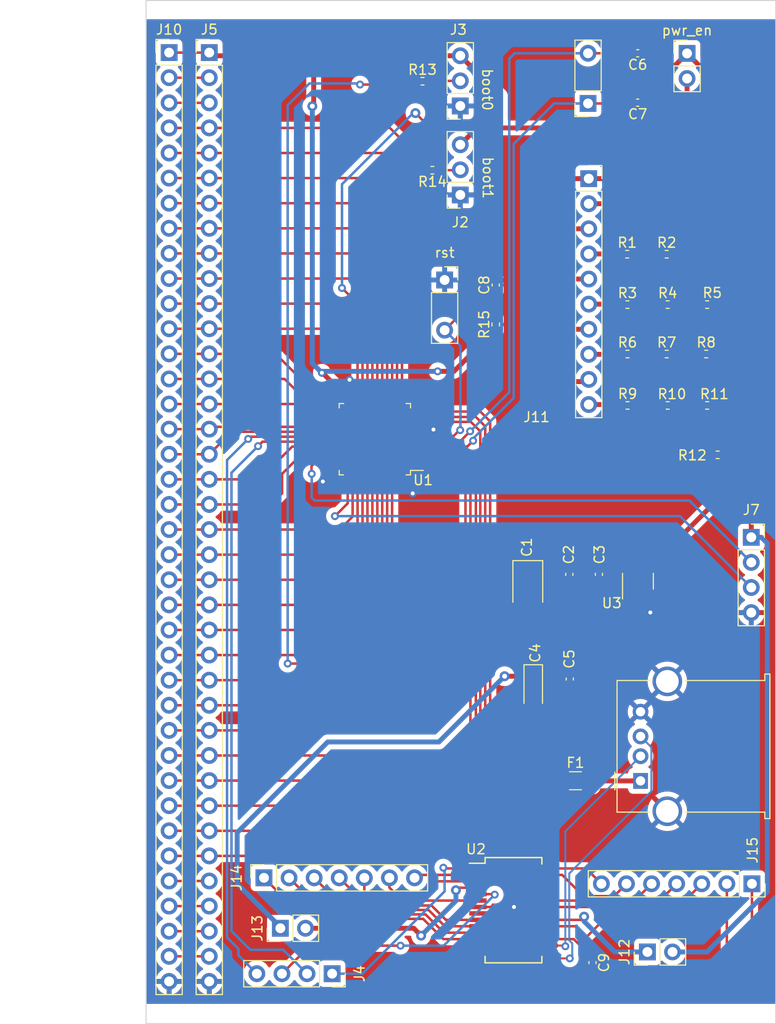
<source format=kicad_pcb>
(kicad_pcb (version 20221018) (generator pcbnew)
  (layers (0 "F.Cu" signal) (31 "B.Cu" signal) (34 "B.Paste" user) (35 "F.Paste" user) (36 "B.SilkS" user "B.Silkscreen") (37 "F.SilkS" user "F.Silkscreen") (38 "B.Mask" user) (39 "F.Mask" user) (44 "Edge.Cuts" user))
  (net 0 "")
  (net 1 "GND")
  (net 2 "Net-(U2-3V3OUT)")
  (net 3 "Vbus")
  (net 4 "OSC_in")
  (net 5 "reset")
  (net 6 "OSC_out")
  (net 7 "D-")
  (net 8 "D+")
  (net 9 "Net-(J2-Pin_2)")
  (net 10 "Net-(J3-Pin_2)")
  (net 11 "A0")
  (net 12 "A1")
  (net 13 "A2")
  (net 14 "A3")
  (net 15 "A4")
  (net 16 "A5")
  (net 17 "A6")
  (net 18 "A7")
  (net 19 "A8")
  (net 20 "A9")
  (net 21 "A10")
  (net 22 "A11")
  (net 23 "A12")
  (net 24 "A13")
  (net 25 "A14")
  (net 26 "A15")
  (net 27 "D0")
  (net 28 "D1")
  (net 29 "D2")
  (net 30 "D3")
  (net 31 "D4")
  (net 32 "D5")
  (net 33 "D6")
  (net 34 "D7")
  (net 35 "GBA-cs2")
  (net 36 "gba_clk")
  (net 37 "gba_cs")
  (net 38 "gba_aud")
  (net 39 "gba_wr")
  (net 40 "gba_rd")
  (net 41 "boot1")
  (net 42 "boot0")
  (net 43 "Net-(R10-Pad2)")
  (net 44 "stm32_uart_out")
  (net 45 "stm32_uart_in")
  (net 46 "swdbIO")
  (net 47 "swdbCLK")
  (net 48 "ft232_out")
  (net 49 "ft232_in")
  (net 50 "Net-(J10-Pin_2)")
  (net 51 "Net-(J10-Pin_3)")
  (net 52 "Net-(J10-Pin_34)")
  (net 53 "Net-(J10-Pin_35)")
  (net 54 "Net-(J10-Pin_36)")
  (net 55 "Net-(J10-Pin_37)")
  (net 56 "Net-(J11-Pin_1)")
  (net 57 "VCC")
  (net 58 "Net-(J11-Pin_2)")
  (net 59 "Net-(J11-Pin_4)")
  (net 60 "Net-(J11-Pin_6)")
  (net 61 "Net-(J11-Pin_8)")
  (net 62 "Net-(J11-Pin_10)")
  (net 63 "Net-(J12-Pin_1)")
  (net 64 "Net-(J13-Pin_2)")
  (net 65 "reset_ft232")
  (net 66 "osci_ft232")
  (net 67 "osco_ft232")
  (net 68 "dtr_ft232")
  (net 69 "rts_ft232")
  (net 70 "ri_ft232")
  (net 71 "dcr_ft232")
  (net 72 "dcd_ft232")
  (net 73 "cts_ft232")
  (net 74 "cbus4_ft232")
  (net 75 "cbus2_ft232")
  (net 76 "cbus3_ft232")
  (net 77 "cbus1_ft232")
  (net 78 "cbus0_ft232")
  (net 79 "Net-(J1-VBUS)")
  (net 80 "Net-(R1-Pad2)")
  (net 81 "Net-(R3-Pad2)")
  (net 82 "Net-(R4-Pad2)")
  (net 83 "Net-(R6-Pad2)")
  (net 84 "Net-(R7-Pad2)")
  (net 85 "Net-(R10-Pad1)")
  (footprint "Connector_PinSocket_2.54mm:PinSocket_1x03_P2.54mm_Vertical" (layer "F.Cu") (at 191.315 59.522538 180)
    (fp_text reference "J3")
    (fp_text value "boot0" hide)
  )
  (footprint "Capacitor_Tantalum_SMD:CP_EIA-3528-21_Kemet-B" (layer "F.Cu") (at 198.15 107.985038 -90)
    (fp_text reference "C1")
    (fp_text value "4.7uF")
  )
  (footprint "Connector_PinHeader_2.54mm:PinHeader_1x02_P2.54mm_Vertical" (layer "F.Cu") (at 173.1 142.722538 90)
    (fp_text reference "J13")
    (fp_text value "Conn_01x02_Pin" hide)
  )
  (footprint "Resistor_SMD:R_0402_1005Metric" (layer "F.Cu") (at 216.31 89.822538)
    (fp_text reference "R11")
    (fp_text value "3k")
  )
  (footprint "Resistor_SMD:R_0402_1005Metric" (layer "F.Cu") (at 212.21 84.622538)
    (fp_text reference "R7")
    (fp_text value "100k")
  )
  (footprint "Resistor_SMD:R_0402_1005Metric" (layer "F.Cu") (at 208.21 74.522538)
    (fp_text reference "R1")
    (fp_text value "150k")
  )
  (footprint "Capacitor_SMD:C_0402_1005Metric" (layer "F.Cu") (at 194.9 77.642538 90)
    (fp_text reference "C8")
    (fp_text value "100nF")
  )
  (footprint "Capacitor_SMD:C_0402_1005Metric" (layer "F.Cu") (at 202.35 106.915038 -90)
    (fp_text reference "C2")
    (fp_text value "100nF" hide)
  )
  (footprint "Capacitor_SMD:C_0402_1005Metric" (layer "F.Cu") (at 209.274 54.189288 180)
    (fp_text reference "C6")
    (fp_text value "20pF")
  )
  (footprint "Resistor_SMD:R_0402_1005Metric" (layer "F.Cu") (at 208.24 79.622538)
    (fp_text reference "R3")
    (fp_text value "160k")
  )
  (footprint "Resistor_SMD:R_0402_1005Metric" (layer "F.Cu") (at 212.31 79.622538)
    (fp_text reference "R4")
    (fp_text value "100k")
  )
  (footprint "Connector_PinSocket_2.54mm:PinSocket_1x03_P2.54mm_Vertical" (layer "F.Cu") (at 189.729 77.129288)
    (fp_text reference "rst")
    (fp_text value "reset_button")
  )
  (footprint "Connector_PinSocket_2.54mm:PinSocket_1x04_P2.54mm_Vertical" (layer "F.Cu") (at 178.34 147.322538 -90)
    (fp_text reference "J4")
    (fp_text value "uart_jumper" hide)
  )
  (footprint "Connector_PinSocket_2.54mm:PinSocket_1x04_P2.54mm_Vertical" (layer "F.Cu") (at 220.774 103.164288)
    (fp_text reference "J7")
    (fp_text value "swdb")
  )
  (footprint "Resistor_SMD:R_0402_1005Metric" (layer "F.Cu") (at 187.49 57.022538)
    (fp_text reference "R13")
    (fp_text value "100k")
  )
  (footprint "Connector_PinHeader_2.54mm:PinHeader_1x38_P2.54mm_Vertical" (layer "F.Cu") (at 165.9 54.122538)
    (fp_text reference "J5")
    (fp_text value "gba_breakout" hide)
  )
  (footprint "Resistor_SMD:R_0402_1005Metric" (layer "F.Cu") (at 194.9 81.632538 90)
    (fp_text reference "R15")
    (fp_text value "100k")
  )
  (footprint "Capacitor_Tantalum_SMD:CP_EIA-3216-18_Kemet-A" (layer "F.Cu") (at 198.7 118.372538 -90)
    (fp_text reference "C4")
    (fp_text value "1uF" hide)
  )
  (footprint "Connector_PinSocket_2.54mm:PinSocket_1x07_P2.54mm_Vertical" (layer "F.Cu") (at 220.84 138.222538 -90)
    (fp_text reference "J15")
    (fp_text value "ft232_2" hide)
  )
  (footprint "Connector_PinHeader_2.54mm:PinHeader_1x02_P2.54mm_Vertical" (layer "F.Cu") (at 210.26 145.122538 90)
    (fp_text reference "J12")
    (fp_text value "Conn_01x02_Pin")
  )
  (footprint "Connector_PinSocket_2.54mm:PinSocket_1x10_P2.54mm_Vertical" (layer "F.Cu") (at 204.32 66.872538)
    (fp_text reference "J11")
    (fp_text value "Conn_01x10_Pin")
  )
  (footprint "Fuse:Fuse_1206_3216Metric" (layer "F.Cu") (at 202.975 127.797538)
    (fp_text reference "F1")
    (fp_text value "Fuse")
  )
  (footprint "Capacitor_SMD:C_0402_1005Metric" (layer "F.Cu") (at 205.35 106.915038 -90)
    (fp_text reference "C3")
    (fp_text value "100nF" hide)
  )
  (footprint "Capacitor_SMD:C_0402_1005Metric" (layer "F.Cu") (at 209.274 59.189288 180)
    (fp_text reference "C7")
    (fp_text value "20pF")
  )
  (footprint "Resistor_SMD:R_0402_1005Metric" (layer "F.Cu") (at 217.37 94.822538)
    (fp_text reference "R12")
    (fp_text value "66.5k" hide)
  )
  (footprint "Package_QFP:LQFP-48_7x7mm_P0.5mm" (layer "F.Cu") (at 182.664 93.238538 180)
    (fp_text reference "U1" hide)
    (fp_text value "STM32F103C8Tx")
  )
  (footprint "Resistor_SMD:R_0402_1005Metric" (layer "F.Cu") (at 216.21 84.622538)
    (fp_text reference "R8")
    (fp_text value "3k")
  )
  (footprint "Connector_PinHeader_2.54mm:PinHeader_1x02_P2.54mm_Vertical" (layer "F.Cu") (at 214.274 54.204288)
    (fp_text reference "pwr_en")
    (fp_text value "Conn_01x02_Pin" hide)
  )
  (footprint "Resistor_SMD:R_0402_1005Metric" (layer "F.Cu") (at 188.49 66.022538 180)
    (fp_text reference "R14")
    (fp_text value "100k")
  )
  (footprint "Resistor_SMD:R_0402_1005Metric" (layer "F.Cu") (at 208.25 89.822538)
    (fp_text reference "R9")
    (fp_text value "200k")
  )
  (footprint "Capacitor_SMD:C_0402_1005Metric" (layer "F.Cu") (at 202.4 117.502538 -90)
    (fp_text reference "C5")
    (fp_text value "100nF" hide)
  )
  (footprint "Resistor_SMD:R_0402_1005Metric" (layer "F.Cu") (at 212.21 74.522538)
    (fp_text reference "R2")
    (fp_text value "100k")
  )
  (footprint "Package_SO:SSOP-28_5.3x10.2mm_P0.65mm" (layer "F.Cu") (at 196.7 140.897538)
    (fp_text reference "U2")
    (fp_text value "FT232RL" hide)
  )
  (footprint "Connector_USB:USB_A_Molex_67643_Horizontal" (layer "F.Cu") (at 209.564 127.814288 90)
    (fp_text reference "J1" hide)
    (fp_text value "USB_A" hide)
  )
  (footprint "Capacitor_SMD:C_0402_1005Metric" (layer "F.Cu") (at 204.7 146.202538 -90)
    (fp_text reference "C9")
    (fp_text value "100nF")
  )
  (footprint "Resistor_SMD:R_0402_1005Metric" (layer "F.Cu") (at 208.24 84.622538)
    (fp_text reference "R6")
    (fp_text value "150k")
  )
  (footprint "Connector_PinHeader_2.54mm:PinHeader_1x38_P2.54mm_Vertical" (layer "F.Cu") (at 161.836 54.122538)
    (fp_text reference "J10")
    (fp_text value "gba_breakout2" hide)
  )
  (footprint "Connector_PinSocket_2.54mm:PinSocket_1x03_P2.54mm_Vertical" (layer "F.Cu") (at 204.249 59.269288 180)
    (fp_text reference "J8" hide)
    (fp_text value "8MHZ crystal" hide)
  )
  (footprint "Connector_PinSocket_2.54mm:PinSocket_1x03_P2.54mm_Vertical" (layer "F.Cu") (at 191.315 68.522538 180)
    (fp_text reference "J2")
    (fp_text value "boot1")
  )
  (footprint "Resistor_SMD:R_0402_1005Metric" (layer "F.Cu") (at 212.31 89.822538)
    (fp_text reference "R10")
    (fp_text value "30k")
  )
  (footprint "Connector_PinSocket_2.54mm:PinSocket_1x07_P2.54mm_Vertical" (layer "F.Cu") (at 171.44 137.622538 90)
    (fp_text reference "J14")
    (fp_text value "ft232_1" hide)
  )
  (footprint "Resistor_SMD:R_0402_1005Metric" (layer "F.Cu") (at 216.31 79.622538)
    (fp_text reference "R5")
    (fp_text value "3k")
  )
  (footprint "Package_TO_SOT_SMD:SOT-23-5" (layer "F.Cu") (at 209.3 107.610038 90)
    (fp_text reference "U3")
    (fp_text value "TPS76901" hide)
  )
  (gr_rect (start 159.5 48.85) (end 223.25 152.372538) (stroke (width 0.1)) (fill none) (layer "Edge.Cuts"))
  (gr_text "boot1\n" (at 193.514 64.574288 270) (layer "F.SilkS") (effects (font (size 1 1)) (justify left bottom)))
  (gr_text "U1" (at 186.45 97.972538) (layer "F.SilkS") (effects (font (size 1 1)) (justify left bottom)))
  (gr_text "boot0\n" (at 193.454 55.654288 -90) (layer "F.SilkS") (effects (font (size 1 1)) (justify left bottom)))
  (segment (start 184.914 97.401038) (end 184.914 98.204223) (width 0.25) (layer "F.Cu") (net 1))
  (segment (start 180.414 87.536538) (end 180.1 87.222538) (width 0.25) (layer "F.Cu") (net 1))
  (segment (start 177.698315 95.488538) (end 177.4 95.786853) (width 0.25) (layer "F.Cu") (net 1))
  (segment (start 194.9 77.162538) (end 194.86675 77.129288) (width 0.25) (layer "F.Cu") (net 1))
  (segment (start 177.4 95.786853) (end 177.4 97.522538) (width 0.25) (layer "F.Cu") (net 1))
  (segment (start 196.75 140.572538) (end 198.7 138.622538) (width 0.25) (layer "F.Cu") (net 1))
  (segment (start 209.3 109.872538) (end 209.9 110.472538) (width 0.25) (layer "F.Cu") (net 1))
  (segment (start 210.2 110.772538) (end 210.55 110.772538) (width 0.25) (layer "F.Cu") (net 1))
  (segment (start 197.4 141.222538) (end 200.3 141.222538) (width 0.25) (layer "F.Cu") (net 1))
  (segment (start 178.5015 95.488538) (end 177.698315 95.488538) (width 0.25) (layer "F.Cu") (net 1))
  (segment (start 196.75 140.572538) (end 197.4 141.222538) (width 0.25) (layer "F.Cu") (net 1))
  (segment (start 184.914 98.204223) (end 185.432315 98.722538) (width 0.25) (layer "F.Cu") (net 1))
  (segment (start 199.35 143.172538) (end 200.3 143.172538) (width 0.25) (layer "F.Cu") (net 1))
  (segment (start 185.432315 98.722538) (end 186.5 98.722538) (width 0.25) (layer "F.Cu") (net 1))
  (segment (start 194.86675 77.129288) (end 189.729 77.129288) (width 0.25) (layer "F.Cu") (net 1))
  (segment (start 199.35 137.972538) (end 200.3 137.972538) (width 0.25) (layer "F.Cu") (net 1))
  (segment (start 196.75 140.572538) (end 199.35 137.972538) (width 0.25) (layer "F.Cu") (net 1))
  (segment (start 188.3755 92.488538) (end 188.6 92.264038) (width 0.25) (layer "F.Cu") (net 1))
  (segment (start 200.3 138.622538) (end 200.3 137.972538) (width 0.25) (layer "F.Cu") (net 1))
  (segment (start 165.9 148.102538) (end 161.836 148.102538) (width 0.25) (layer "F.Cu") (net 1))
  (segment (start 180.414 89.076038) (end 180.414 87.536538) (width 0.25) (layer "F.Cu") (net 1))
  (segment (start 198.7 138.622538) (end 200.3 138.622538) (width 0.25) (layer "F.Cu") (net 1))
  (segment (start 196.75 140.572538) (end 199.35 143.172538) (width 0.25) (layer "F.Cu") (net 1))
  (segment (start 186.8265 92.488538) (end 188.3755 92.488538) (width 0.25) (layer "F.Cu") (net 1))
  (segment (start 209.9 110.472538) (end 210.2 110.772538) (width 0.25) (layer "F.Cu") (net 1))
  (segment (start 193.1 140.572538) (end 196.75 140.572538) (width 0.25) (layer "F.Cu") (net 1))
  (segment (start 209.3 108.747538) (end 209.3 109.872538) (width 0.25) (layer "F.Cu") (net 1))
  (via (at 180.1 87.222538) (size 0.8) (drill 0.4) (layers "F.Cu" "B.Cu") (net 1))
  (via (at 196.75 140.572538) (size 0.8) (drill 0.4) (layers "F.Cu" "B.Cu") (net 1))
  (via (at 210.55 110.772538) (size 0.8) (drill 0.4) (layers "F.Cu" "B.Cu") (net 1))
  (via (at 188.6 92.264038) (size 0.8) (drill 0.4) (layers "F.Cu" "B.Cu") (net 1))
  (via (at 186.5 98.722538) (size 0.8) (drill 0.4) (layers "F.Cu" "B.Cu") (net 1))
  (via (at 177.4 97.522538) (size 0.8) (drill 0.4) (layers "F.Cu" "B.Cu") (net 1))
  (segment (start 188.6 96.622538) (end 186.5 98.722538) (width 0.25) (layer "B.Cu") (net 1))
  (segment (start 188.6 92.264038) (end 188.6 96.622538) (width 0.25) (layer "B.Cu") (net 1))
  (segment (start 202.8 143.822538) (end 204.7 145.722538) (width 0.25) (layer "F.Cu") (net 2))
  (segment (start 200.3 143.822538) (end 202.8 143.822538) (width 0.25) (layer "F.Cu") (net 2))
  (segment (start 201.5 117.022538) (end 201.5 127.722538) (width 0.5) (layer "F.Cu") (net 3))
  (segment (start 198.7 117.022538) (end 201.5 117.022538) (width 0.5) (layer "F.Cu") (net 3))
  (segment (start 212.65 112.122538) (end 212.65 109.472538) (width 0.5) (layer "F.Cu") (net 3))
  (segment (start 201.5 117.022538) (end 202.4 117.022538) (width 0.5) (layer "F.Cu") (net 3))
  (segment (start 210.975 109.472538) (end 210.25 108.747538) (width 0.5) (layer "F.Cu") (net 3))
  (segment (start 201.5 127.722538) (end 201.575 127.797538) (width 0.5) (layer "F.Cu") (net 3))
  (segment (start 198.5 117.222538) (end 198.7 117.022538) (width 0.5) (layer "F.Cu") (net 3))
  (segment (start 195.8 117.222538) (end 198.5 117.222538) (width 0.5) (layer "F.Cu") (net 3))
  (segment (start 208.35 112.122538) (end 212.65 112.122538) (width 0.5) (layer "F.Cu") (net 3))
  (segment (start 208.35 108.747538) (end 208.35 112.122538) (width 0.5) (layer "F.Cu") (net 3))
  (segment (start 203.45 117.022538) (end 208.35 112.122538) (width 0.5) (layer "F.Cu") (net 3))
  (segment (start 202.4 117.022538) (end 203.45 117.022538) (width 0.5) (layer "F.Cu") (net 3))
  (segment (start 212.65 109.472538) (end 210.975 109.472538) (width 0.5) (layer "F.Cu") (net 3))
  (via (at 195.8 117.222538) (size 1) (drill 0.5) (layers "F.Cu" "B.Cu") (net 3))
  (segment (start 189.15 123.872538) (end 195.8 117.222538) (width 0.5) (layer "B.Cu") (net 3))
  (segment (start 168.725 138.222538) (end 173.1 142.597538) (width 0.5) (layer "B.Cu") (net 3))
  (segment (start 173.1 142.597538) (end 173.1 142.722538) (width 0.5) (layer "B.Cu") (net 3))
  (segment (start 177.9 123.872538) (end 168.725 133.047538) (width 0.5) (layer "B.Cu") (net 3))
  (segment (start 189.15 123.872538) (end 177.9 123.872538) (width 0.5) (layer "B.Cu") (net 3))
  (segment (start 168.725 133.047538) (end 168.725 138.222538) (width 0.5) (layer "B.Cu") (net 3))
  (segment (start 208.794 59.189288) (end 208.714 59.269288) (width 0.25) (layer "F.Cu") (net 4))
  (segment (start 191.794 93.988538) (end 186.8265 93.988538) (width 0.25) (layer "F.Cu") (net 4))
  (segment (start 208.714 59.269288) (end 204.249 59.269288) (width 0.25) (layer "F.Cu") (net 4))
  (segment (start 191.794 93.988538) (end 192.020111 93.988538) (width 0.25) (layer "F.Cu") (net 4))
  (segment (start 192.020111 93.988538) (end 192.6155 93.393149) (width 0.25) (layer "F.Cu") (net 4))
  (via (at 192.6155 93.393149) (size 0.8) (drill 0.4) (layers "F.Cu" "B.Cu") (net 4))
  (segment (start 196.724 63.359288) (end 200.814 59.269288) (width 0.25) (layer "B.Cu") (net 4))
  (segment (start 192.6155 93.169311) (end 196.724 89.060811) (width 0.25) (layer "B.Cu") (net 4))
  (segment (start 200.814 59.269288) (end 204.249 59.269288) (width 0.25) (layer "B.Cu") (net 4))
  (segment (start 192.6155 93.393149) (end 192.6155 93.169311) (width 0.25) (layer "B.Cu") (net 4))
  (segment (start 196.724 89.060811) (end 196.724 63.359288) (width 0.25) (layer "B.Cu") (net 4))
  (segment (start 190.81575 81.122538) (end 194.9 81.122538) (width 0.25) (layer "F.Cu") (net 5))
  (segment (start 190.5645 92.988538) (end 191.34 92.213038) (width 0.25) (layer "F.Cu") (net 5))
  (segment (start 189.729 82.209288) (end 190.81575 81.122538) (width 0.25) (layer "F.Cu") (net 5))
  (segment (start 194.9 81.122538) (end 194.9 78.122538) (width 0.25) (layer "F.Cu") (net 5))
  (segment (start 186.8265 92.988538) (end 190.5645 92.988538) (width 0.25) (layer "F.Cu") (net 5))
  (via (at 191.3 92.322538) (size 0.8) (drill 0.4) (layers "F.Cu" "B.Cu") (net 5))
  (segment (start 191.334 92.207038) (end 191.334 83.814288) (width 0.25) (layer "B.Cu") (net 5))
  (segment (start 191.334 83.814288) (end 189.729 82.209288) (width 0.25) (layer "B.Cu") (net 5))
  (segment (start 191.268695 93.488538) (end 191.268695 93.485027) (width 0.25) (layer "F.Cu") (net 6))
  (segment (start 186.8265 93.488538) (end 191.268695 93.488538) (width 0.25) (layer "F.Cu") (net 6))
  (segment (start 191.268695 93.485027) (end 192.313293 92.440429) (width 0.25) (layer "F.Cu") (net 6))
  (segment (start 204.249 54.189288) (end 208.794 54.189288) (width 0.25) (layer "F.Cu") (net 6))
  (via (at 192.313293 92.440429) (size 0.8) (drill 0.4) (layers "F.Cu" "B.Cu") (net 6))
  (segment (start 196.274 88.485506) (end 196.274 54.744288) (width 0.25) (layer "B.Cu") (net 6))
  (segment (start 196.274 54.744288) (end 196.829 54.189288) (width 0.25) (layer "B.Cu") (net 6))
  (segment (start 196.829 54.189288) (end 204.249 54.189288) (width 0.25) (layer "B.Cu") (net 6))
  (segment (start 192.319077 92.440429) (end 196.274 88.485506) (width 0.25) (layer "B.Cu") (net 6))
  (segment (start 192.313293 92.440429) (end 192.319077 92.440429) (width 0.25) (layer "B.Cu") (net 6))
  (segment (start 200.3 144.472538) (end 201.8755 144.472538) (width 0.2) (layer "F.Cu") (net 7))
  (segment (start 201.8755 144.472538) (end 201.95 144.547038) (width 0.2) (layer "F.Cu") (net 7))
  (via (at 201.95 144.547038) (size 0.8) (drill 0.4) (layers "F.Cu" "B.Cu") (net 7))
  (segment (start 201.95 144.547038) (end 201.95 132.928288) (width 0.2) (layer "B.Cu") (net 7))
  (segment (start 201.95 132.928288) (end 209.564 125.314288) (width 0.2) (layer "B.Cu") (net 7))
  (segment (start 200.3 145.122538) (end 200.95 145.772538) (width 0.2) (layer "F.Cu") (net 8))
  (segment (start 200.95 145.772538) (end 202.4 145.772538) (width 0.2) (layer "F.Cu") (net 8))
  (via (at 202.4 145.772538) (size 0.8) (drill 0.4) (layers "F.Cu" "B.Cu") (net 8))
  (segment (start 202.65 145.522538) (end 202.65 144.257088) (width 0.2) (layer "B.Cu") (net 8))
  (segment (start 202.35 143.957088) (end 202.35 137.178288) (width 0.2) (layer "B.Cu") (net 8))
  (segment (start 210.664 124.414288) (end 209.564 123.314288) (width 0.2) (layer "B.Cu") (net 8))
  (segment (start 202.35 137.178288) (end 210.664 128.864288) (width 0.2) (layer "B.Cu") (net 8))
  (segment (start 202.65 144.257088) (end 202.35 143.957088) (width 0.2) (layer "B.Cu") (net 8))
  (segment (start 210.664 128.864288) (end 210.664 124.414288) (width 0.2) (layer "B.Cu") (net 8))
  (segment (start 202.4 145.772538) (end 202.65 145.522538) (width 0.2) (layer "B.Cu") (net 8))
  (segment (start 189 66.022538) (end 191.275 66.022538) (width 0.25) (layer "F.Cu") (net 9))
  (segment (start 191.275 66.022538) (end 191.315 65.982538) (width 0.25) (layer "F.Cu") (net 9))
  (segment (start 188 57.022538) (end 188.04 56.982538) (width 0.25) (layer "F.Cu") (net 10))
  (segment (start 188.04 56.982538) (end 191.315 56.982538) (width 0.25) (layer "F.Cu") (net 10))
  (segment (start 185.414 89.076038) (end 185.414 62.968538) (width 0.25) (layer "F.Cu") (net 11))
  (segment (start 184.188 61.742538) (end 165.9 61.742538) (width 0.25) (layer "F.Cu") (net 11))
  (segment (start 185.414 62.968538) (end 184.188 61.742538) (width 0.25) (layer "F.Cu") (net 11))
  (segment (start 161.836 61.742538) (end 165.9 61.742538) (width 0.25) (layer "F.Cu") (net 11))
  (segment (start 184.914 65.516538) (end 183.68 64.282538) (width 0.25) (layer "F.Cu") (net 12))
  (segment (start 161.836 64.282538) (end 165.9 64.282538) (width 0.25) (layer "F.Cu") (net 12))
  (segment (start 184.914 89.076038) (end 184.914 65.516538) (width 0.25) (layer "F.Cu") (net 12))
  (segment (start 183.68 64.282538) (end 165.9 64.282538) (width 0.25) (layer "F.Cu") (net 12))
  (segment (start 161.836 66.822538) (end 165.9 66.822538) (width 0.25) (layer "F.Cu") (net 13))
  (segment (start 184.414 89.076038) (end 184.414 68.064538) (width 0.25) (layer "F.Cu") (net 13))
  (segment (start 183.172 66.822538) (end 165.9 66.822538) (width 0.25) (layer "F.Cu") (net 13))
  (segment (start 184.414 68.064538) (end 183.172 66.822538) (width 0.25) (layer "F.Cu") (net 13))
  (segment (start 182.664 69.362538) (end 165.9 69.362538) (width 0.25) (layer "F.Cu") (net 14))
  (segment (start 183.914 70.612538) (end 182.664 69.362538) (width 0.25) (layer "F.Cu") (net 14))
  (segment (start 165.9 69.362538) (end 161.836 69.362538) (width 0.25) (layer "F.Cu") (net 14))
  (segment (start 183.914 89.076038) (end 183.914 70.612538) (width 0.25) (layer "F.Cu") (net 14))
  (segment (start 183.414 73.668538) (end 181.648 71.902538) (width 0.25) (layer "F.Cu") (net 15))
  (segment (start 165.9 71.902538) (end 181.648 71.902538) (width 0.25) (layer "F.Cu") (net 15))
  (segment (start 161.836 71.902538) (end 165.9 71.902538) (width 0.25) (layer "F.Cu") (net 15))
  (segment (start 183.414 89.076038) (end 183.414 73.668538) (width 0.25) (layer "F.Cu") (net 15))
  (segment (start 165.9 74.442538) (end 161.836 74.442538) (width 0.25) (layer "F.Cu") (net 16))
  (segment (start 181.14 74.442538) (end 165.9 74.442538) (width 0.25) (layer "F.Cu") (net 16))
  (segment (start 182.914 76.216538) (end 181.14 74.442538) (width 0.25) (layer "F.Cu") (net 16))
  (segment (start 182.914 89.076038) (end 182.914 76.216538) (width 0.25) (layer "F.Cu") (net 16))
  (segment (start 182.414 89.076038) (end 182.414 79.272538) (width 0.25) (layer "F.Cu") (net 17))
  (segment (start 180.124 76.982538) (end 165.9 76.982538) (width 0.25) (layer "F.Cu") (net 17))
  (segment (start 182.414 79.272538) (end 180.124 76.982538) (width 0.25) (layer "F.Cu") (net 17))
  (segment (start 161.836 76.982538) (end 165.9 76.982538) (width 0.25) (layer "F.Cu") (net 17))
  (segment (start 181.414 80.812538) (end 180.124 79.522538) (width 0.25) (layer "F.Cu") (net 18))
  (segment (start 165.9 79.522538) (end 161.836 79.522538) (width 0.25) (layer "F.Cu") (net 18))
  (segment (start 181.414 89.076038) (end 181.414 80.812538) (width 0.25) (layer "F.Cu") (net 18))
  (segment (start 180.124 79.522538) (end 165.9 79.522538) (width 0.25) (layer "F.Cu") (net 18))
  (segment (start 180.914 83.868538) (end 179.108 82.062538) (width 0.25) (layer "F.Cu") (net 19))
  (segment (start 179.108 82.062538) (end 165.9 82.062538) (width 0.25) (layer "F.Cu") (net 19))
  (segment (start 161.836 82.062538) (end 165.9 82.062538) (width 0.25) (layer "F.Cu") (net 19))
  (segment (start 180.914 89.076038) (end 180.914 83.868538) (width 0.25) (layer "F.Cu") (net 19))
  (segment (start 165.9 84.602538) (end 161.836 84.602538) (width 0.25) (layer "F.Cu") (net 20))
  (segment (start 178.5015 90.488538) (end 172.6155 84.602538) (width 0.25) (layer "F.Cu") (net 20))
  (segment (start 172.6155 84.602538) (end 165.9 84.602538) (width 0.25) (layer "F.Cu") (net 20))
  (segment (start 161.836 87.142538) (end 165.9 87.142538) (width 0.25) (layer "F.Cu") (net 21))
  (segment (start 177.366 90.988538) (end 173.52 87.142538) (width 0.25) (layer "F.Cu") (net 21))
  (segment (start 178.5015 90.988538) (end 177.366 90.988538) (width 0.25) (layer "F.Cu") (net 21))
  (segment (start 173.52 87.142538) (end 165.9 87.142538) (width 0.25) (layer "F.Cu") (net 21))
  (segment (start 178.5015 91.488538) (end 176.342 91.488538) (width 0.25) (layer "F.Cu") (net 22))
  (segment (start 176.342 91.488538) (end 174.536 89.682538) (width 0.25) (layer "F.Cu") (net 22))
  (segment (start 165.9 89.682538) (end 161.836 89.682538) (width 0.25) (layer "F.Cu") (net 22))
  (segment (start 174.536 89.682538) (end 165.9 89.682538) (width 0.25) (layer "F.Cu") (net 22))
  (segment (start 178.5015 91.988538) (end 166.134 91.988538) (width 0.25) (layer "F.Cu") (net 23))
  (segment (start 166.134 91.988538) (end 165.9 92.222538) (width 0.25) (layer "F.Cu") (net 23))
  (segment (start 161.836 92.222538) (end 165.9 92.222538) (width 0.25) (layer "F.Cu") (net 23))
  (segment (start 168.174 92.488538) (end 165.9 94.762538) (width 0.25) (layer "F.Cu") (net 24))
  (segment (start 178.5015 92.488538) (end 168.174 92.488538) (width 0.25) (layer "F.Cu") (net 24))
  (segment (start 165.9 94.762538) (end 161.836 94.762538) (width 0.25) (layer "F.Cu") (net 24))
  (segment (start 161.836 97.302538) (end 165.9 97.302538) (width 0.25) (layer "F.Cu") (net 25))
  (segment (start 178.5015 93.988538) (end 174.294 93.988538) (width 0.25) (layer "F.Cu") (net 25))
  (segment (start 174.294 93.988538) (end 170.98 97.302538) (width 0.25) (layer "F.Cu") (net 25))
  (segment (start 170.98 97.302538) (end 165.9 97.302538) (width 0.25) (layer "F.Cu") (net 25))
  (segment (start 175.52975 94.488538) (end 178.5015 94.488538) (width 0.25) (layer "F.Cu") (net 26))
  (segment (start 172.150445 99.842538) (end 173.274 98.718983) (width 0.25) (layer "F.Cu") (net 26))
  (segment (start 165.9 99.842538) (end 161.836 99.842538) (width 0.25) (layer "F.Cu") (net 26))
  (segment (start 173.274 98.718983) (end 173.274 96.744288) (width 0.25) (layer "F.Cu") (net 26))
  (segment (start 165.9 99.842538) (end 172.150445 99.842538) (width 0.25) (layer "F.Cu") (net 26))
  (segment (start 173.274 96.744288) (end 175.52975 94.488538) (width 0.25) (layer "F.Cu") (net 26))
  (segment (start 161.836 102.382538) (end 165.9 102.382538) (width 0.25) (layer "F.Cu") (net 27))
  (segment (start 180.414 101.076538) (end 179.108 102.382538) (width 0.25) (layer "F.Cu") (net 27))
  (segment (start 180.414 97.401038) (end 180.414 101.076538) (width 0.25) (layer "F.Cu") (net 27))
  (segment (start 179.108 102.382538) (end 165.9 102.382538) (width 0.25) (layer "F.Cu") (net 27))
  (segment (start 165.9 104.922538) (end 161.836 104.922538) (width 0.25) (layer "F.Cu") (net 28))
  (segment (start 180.914 103.624538) (end 179.616 104.922538) (width 0.25) (layer "F.Cu") (net 28))
  (segment (start 179.616 104.922538) (end 165.9 104.922538) (width 0.25) (layer "F.Cu") (net 28))
  (segment (start 180.914 97.401038) (end 180.914 103.624538) (width 0.25) (layer "F.Cu") (net 28))
  (segment (start 180.124 107.462538) (end 165.9 107.462538) (width 0.25) (layer "F.Cu") (net 29))
  (segment (start 181.414 106.172538) (end 180.124 107.462538) (width 0.25) (layer "F.Cu") (net 29))
  (segment (start 181.414 97.401038) (end 181.414 106.172538) (width 0.25) (layer "F.Cu") (net 29))
  (segment (start 161.836 107.462538) (end 165.9 107.462538) (width 0.25) (layer "F.Cu") (net 29))
  (segment (start 181.914 108.720538) (end 180.632 110.002538) (width 0.25) (layer "F.Cu") (net 30))
  (segment (start 180.632 110.002538) (end 165.9 110.002538) (width 0.25) (layer "F.Cu") (net 30))
  (segment (start 181.914 97.401038) (end 181.914 108.720538) (width 0.25) (layer "F.Cu") (net 30))
  (segment (start 165.9 110.002538) (end 161.836 110.002538) (width 0.25) (layer "F.Cu") (net 30))
  (segment (start 161.836 112.542538) (end 162.24 112.542538) (width 0.25) (layer "F.Cu") (net 31))
  (segment (start 162.24 112.542538) (end 162.34 112.442538) (width 0.25) (layer "F.Cu") (net 31))
  (segment (start 162.44 112.542538) (end 165.9 112.542538) (width 0.25) (layer "F.Cu") (net 31))
  (segment (start 182.414 97.401038) (end 182.414 111.776538) (width 0.25) (layer "F.Cu") (net 31))
  (segment (start 162.34 112.442538) (end 162.44 112.542538) (width 0.25) (layer "F.Cu") (net 31))
  (segment (start 182.414 111.776538) (end 181.648 112.542538) (width 0.25) (layer "F.Cu") (net 31))
  (segment (start 181.648 112.542538) (end 165.9 112.542538) (width 0.25) (layer "F.Cu") (net 31))
  (segment (start 182.914 113.816538) (end 181.648 115.082538) (width 0.25) (layer "F.Cu") (net 32))
  (segment (start 182.914 97.401038) (end 182.914 113.816538) (width 0.25) (layer "F.Cu") (net 32))
  (segment (start 181.648 115.082538) (end 165.9 115.082538) (width 0.25) (layer "F.Cu") (net 32))
  (segment (start 161.836 115.082538) (end 165.9 115.082538) (width 0.25) (layer "F.Cu") (net 32))
  (segment (start 182.664 117.622538) (end 165.9 117.622538) (width 0.25) (layer "F.Cu") (net 33))
  (segment (start 183.914 116.372538) (end 182.664 117.622538) (width 0.25) (layer "F.Cu") (net 33))
  (segment (start 165.9 117.622538) (end 161.836 117.622538) (width 0.25) (layer "F.Cu") (net 33))
  (segment (start 183.914 97.401038) (end 183.914 116.372538) (width 0.25) (layer "F.Cu") (net 33))
  (segment (start 184.414 118.920538) (end 183.172 120.162538) (width 0.25) (layer "F.Cu") (net 34))
  (segment (start 183.172 120.162538) (end 165.9 120.162538) (width 0.25) (layer "F.Cu") (net 34))
  (segment (start 161.836 120.162538) (end 165.9 120.162538) (width 0.25) (layer "F.Cu") (net 34))
  (segment (start 184.414 97.401038) (end 184.414 118.920538) (width 0.25) (layer "F.Cu") (net 34))
  (segment (start 190.886 95.488538) (end 191.84 96.442538) (width 0.25) (layer "F.Cu") (net 35))
  (segment (start 186.8265 95.488538) (end 190.886 95.488538) (width 0.25) (layer "F.Cu") (net 35))
  (segment (start 165.9 122.702538) (end 189.08 122.702538) (width 0.25) (layer "F.Cu") (net 35))
  (segment (start 189.08 122.702538) (end 191.84 119.942538) (width 0.25) (layer "F.Cu") (net 35))
  (segment (start 165.9 122.702538) (end 161.836 122.702538) (width 0.25) (layer "F.Cu") (net 35))
  (segment (start 191.84 119.942538) (end 191.84 96.442538) (width 0.25) (layer "F.Cu") (net 35))
  (segment (start 191.386 94.988538) (end 186.8265 94.988538) (width 0.25) (layer "F.Cu") (net 36))
  (segment (start 161.836 125.242538) (end 165.9 125.242538) (width 0.25) (layer "F.Cu") (net 36))
  (segment (start 192.34 121.942538) (end 192.34 95.942538) (width 0.25) (layer "F.Cu") (net 36))
  (segment (start 192.34 95.942538) (end 191.386 94.988538) (width 0.25) (layer "F.Cu") (net 36))
  (segment (start 189.04 125.242538) (end 192.34 121.942538) (width 0.25) (layer "F.Cu") (net 36))
  (segment (start 165.9 125.242538) (end 189.04 125.242538) (width 0.25) (layer "F.Cu") (net 36))
  (segment (start 189 127.782538) (end 165.9 127.782538) (width 0.25) (layer "F.Cu") (net 37))
  (segment (start 191.886 94.488538) (end 192.89 95.492538) (width 0.25) (layer "F.Cu") (net 37))
  (segment (start 165.9 127.782538) (end 161.836 127.782538) (width 0.25) (layer "F.Cu") (net 37))
  (segment (start 192.89 123.892538) (end 189 127.782538) (width 0.25) (layer "F.Cu") (net 37))
  (segment (start 192.89 95.492538) (end 192.89 123.892538) (width 0.25) (layer "F.Cu") (net 37))
  (segment (start 186.8265 94.488538) (end 191.886 94.488538) (width 0.25) (layer "F.Cu") (net 37))
  (segment (start 161.836 130.322538) (end 165.9 130.322538) (width 0.25) (layer "F.Cu") (net 38))
  (segment (start 188.96 130.322538) (end 193.34 125.942538) (width 0.25) (layer "F.Cu") (net 38))
  (segment (start 192.386 91.488538) (end 186.8265 91.488538) (width 0.25) (layer "F.Cu") (net 38))
  (segment (start 165.9 130.322538) (end 188.96 130.322538) (width 0.25) (layer "F.Cu") (net 38))
  (segment (start 193.34 92.442538) (end 192.386 91.488538) (width 0.25) (layer "F.Cu") (net 38))
  (segment (start 193.34 125.942538) (end 193.34 92.442538) (width 0.25) (layer "F.Cu") (net 38))
  (segment (start 193.84 127.942538) (end 193.84 91.942538) (width 0.25) (layer "F.Cu") (net 39))
  (segment (start 192.886 90.988538) (end 193.84 91.942538) (width 0.25) (layer "F.Cu") (net 39))
  (segment (start 161.836 132.862538) (end 165.9 132.862538) (width 0.25) (layer "F.Cu") (net 39))
  (segment (start 188.92 132.862538) (end 193.84 127.942538) (width 0.25) (layer "F.Cu") (net 39))
  (segment (start 165.9 132.862538) (end 188.92 132.862538) (width 0.25) (layer "F.Cu") (net 39))
  (segment (start 186.8265 90.988538) (end 192.886 90.988538) (width 0.25) (layer "F.Cu") (net 39))
  (segment (start 165.9 135.402538) (end 188.84 135.402538) (width 0.25) (layer "F.Cu") (net 40))
  (segment (start 186.8265 90.488538) (end 187.629685 90.488538) (width 0.25) (layer "F.Cu") (net 40))
  (segment (start 194.34 91.442538) (end 194.34 129.942538) (width 0.25) (layer "F.Cu") (net 40))
  (segment (start 187.675685 90.442538) (end 193.34 90.442538) (width 0.25) (layer "F.Cu") (net 40))
  (segment (start 165.9 135.402538) (end 161.836 135.402538) (width 0.25) (layer "F.Cu") (net 40))
  (segment (start 187.629685 90.488538) (end 187.675685 90.442538) (width 0.25) (layer "F.Cu") (net 40))
  (segment (start 193.34 90.442538) (end 194.34 91.442538) (width 0.25) (layer "F.Cu") (net 40))
  (segment (start 194.34 129.942538) (end 188.88 135.402538) (width 0.25) (layer "F.Cu") (net 40))
  (segment (start 188.88 135.402538) (end 188.84 135.402538) (width 0.25) (layer "F.Cu") (net 40))
  (segment (start 181.914 80.516538) (end 179.34 77.942538) (width 0.25) (layer "F.Cu") (net 41))
  (segment (start 181.914 89.076038) (end 181.914 80.516538) (width 0.25) (layer "F.Cu") (net 41))
  (segment (start 187.98 61.450288) (end 187.98 66.022538) (width 0.25) (layer "F.Cu") (net 41))
  (segment (start 186.774 60.244288) (end 187.98 61.450288) (width 0.25) (layer "F.Cu") (net 41))
  (via (at 186.774 60.244288) (size 1) (drill 0.5) (layers "F.Cu" "B.Cu") (net 41))
  (via (at 179.34 77.942538) (size 0.8) (drill 0.4) (layers "F.Cu" "B.Cu") (net 41))
  (segment (start 179.34 77.942538) (end 179.34 67.442538) (width 0.25) (layer "B.Cu") (net 41))
  (segment (start 186.53825 60.244288) (end 186.774 60.244288) (width 0.25) (layer "B.Cu") (net 41))
  (segment (start 179.34 67.442538) (end 186.53825 60.244288) (width 0.25) (layer "B.Cu") (net 41))
  (segment (start 183.414 113.952934) (end 181.424396 115.942538) (width 0.25) (layer "F.Cu") (net 42))
  (segment (start 181.424396 115.942538) (end 173.84 115.942538) (width 0.25) (layer "F.Cu") (net 42))
  (segment (start 181.164 57.354288) (end 186.64825 57.354288) (width 0.25) (layer "F.Cu") (net 42))
  (segment (start 186.64825 57.354288) (end 186.98 57.022538) (width 0.25) (layer "F.Cu") (net 42))
  (segment (start 183.414 97.401038) (end 183.414 113.952934) (width 0.25) (layer "F.Cu") (net 42))
  (via (at 173.84 115.942538) (size 0.8) (drill 0.4) (layers "F.Cu" "B.Cu") (net 42))
  (via (at 181.164 57.354288) (size 0.8) (drill 0.4) (layers "F.Cu" "B.Cu") (net 42))
  (segment (start 176.03825 57.244288) (end 181.054 57.244288) (width 0.25) (layer "B.Cu") (net 42))
  (segment (start 173.84 115.942538) (end 173.84 59.442538) (width 0.25) (layer "B.Cu") (net 42))
  (segment (start 181.054 57.244288) (end 181.164 57.354288) (width 0.25) (layer "B.Cu") (net 42))
  (segment (start 173.84 59.442538) (end 176.03825 57.244288) (width 0.25) (layer "B.Cu") (net 42))
  (segment (start 212.82 89.822538) (end 215.8 89.822538) (width 0.5) (layer "F.Cu") (net 43))
  (segment (start 178.5015 92.988538) (end 170.0645 92.988538) (width 0.25) (layer "F.Cu") (net 44))
  (segment (start 170.0645 92.988538) (end 169.84 93.213038) (width 0.25) (layer "F.Cu") (net 44))
  (via (at 169.84 93.213038) (size 0.8) (drill 0.4) (layers "F.Cu" "B.Cu") (net 44))
  (segment (start 168.85 144.797538) (end 167.7 143.647538) (width 0.25) (layer "B.Cu") (net 44))
  (segment (start 170.72 147.322538) (end 168.85 145.452538) (width 0.25) (layer "B.Cu") (net 44))
  (segment (start 169.84 93.213038) (end 167.7 95.353038) (width 0.25) (layer "B.Cu") (net 44))
  (segment (start 167.7 143.647538) (end 167.7 95.353038) (width 0.25) (layer "B.Cu") (net 44))
  (segment (start 168.85 145.452538) (end 168.85 144.797538) (width 0.25) (layer "B.Cu") (net 44))
  (segment (start 171.294 93.488538) (end 170.84 93.942538) (width 0.25) (layer "F.Cu") (net 45))
  (segment (start 178.5015 93.488538) (end 171.294 93.488538) (width 0.25) (layer "F.Cu") (net 45))
  (via (at 170.84 93.942538) (size 0.8) (drill 0.4) (layers "F.Cu" "B.Cu") (net 45))
  (segment (start 168.15 142.997538) (end 168.15 96.632538) (width 0.25) (layer "B.Cu") (net 45))
  (segment (start 170.05 144.897538) (end 168.15 142.997538) (width 0.25) (layer "B.Cu") (net 45))
  (segment (start 173.375 144.897538) (end 170.05 144.897538) (width 0.25) (layer "B.Cu") (net 45))
  (segment (start 170.84 93.942538) (end 168.15 96.632538) (width 0.25) (layer "B.Cu") (net 45))
  (segment (start 175.8 147.322538) (end 173.375 144.897538) (width 0.25) (layer "B.Cu") (net 45))
  (segment (start 176.274 96.744288) (end 176.274 96.594288) (width 0.25) (layer "F.Cu") (net 46))
  (segment (start 176.274 96.594288) (end 176.254 96.574288) (width 0.25) (layer "F.Cu") (net 46))
  (segment (start 176.254 95.964288) (end 177.22975 94.988538) (width 0.25) (layer "F.Cu") (net 46))
  (segment (start 176.254 96.574288) (end 176.254 95.964288) (width 0.25) (layer "F.Cu") (net 46))
  (segment (start 177.22975 94.988538) (end 178.5015 94.988538) (width 0.25) (layer "F.Cu") (net 46))
  (via (at 176.274 96.744288) (size 0.8) (drill 0.4) (layers "F.Cu" "B.Cu") (net 46))
  (segment (start 176.274 96.744288) (end 176.274 99.150788) (width 0.25) (layer "B.Cu") (net 46))
  (segment (start 176.57075 99.447538) (end 214.51725 99.447538) (width 0.25) (layer "B.Cu") (net 46))
  (segment (start 176.274 99.150788) (end 176.57075 99.447538) (width 0.25) (layer "B.Cu") (net 46))
  (segment (start 214.51725 99.447538) (end 220.774 105.704288) (width 0.25) (layer "B.Cu") (net 46))
  (segment (start 178.624 101.024288) (end 179.914 99.734288) (width 0.25) (layer "F.Cu") (net 47))
  (segment (start 179.914 99.734288) (end 179.914 97.401038) (width 0.25) (layer "F.Cu") (net 47))
  (via (at 178.624 101.024288) (size 0.8) (drill 0.4) (layers "F.Cu" "B.Cu") (net 47))
  (segment (start 178.624 101.024288) (end 213.554 101.024288) (width 0.25) (layer "B.Cu") (net 47))
  (segment (start 213.554 101.024288) (end 220.774 108.244288) (width 0.25) (layer "B.Cu") (net 47))
  (segment (start 189.6745 136.672538) (end 189.6 136.598038) (width 0.25) (layer "F.Cu") (net 48))
  (segment (start 193.1 136.672538) (end 189.6745 136.672538) (width 0.25) (layer "F.Cu") (net 48))
  (via (at 189.6 136.598038) (size 0.8) (drill 0.4) (layers "F.Cu" "B.Cu") (net 48))
  (segment (start 181.399805 147.322538) (end 178.34 147.322538) (width 0.25) (layer "B.Cu") (net 48))
  (segment (start 189.725 138.997343) (end 181.399805 147.322538) (width 0.25) (layer "B.Cu") (net 48))
  (segment (start 189.725 136.723038) (end 189.725 138.997343) (width 0.25) (layer "B.Cu") (net 48))
  (segment (start 189.6 136.598038) (end 189.725 136.723038) (width 0.25) (layer "B.Cu") (net 48))
  (segment (start 176.097798 144.48474) (end 173.26 147.322538) (width 0.25) (layer "F.Cu") (net 49))
  (segment (start 194.75 139.272538) (end 194.8 139.322538) (width 0.25) (layer "F.Cu") (net 49))
  (segment (start 193.1 139.272538) (end 194.75 139.272538) (width 0.25) (layer "F.Cu") (net 49))
  (segment (start 185.262202 144.48474) (end 176.097798 144.48474) (width 0.25) (layer "F.Cu") (net 49))
  (via (at 194.8 139.322538) (size 0.8) (drill 0.4) (layers "F.Cu" "B.Cu") (net 49))
  (via (at 185.262202 144.48474) (size 0.8) (drill 0.4) (layers "F.Cu" "B.Cu") (net 49))
  (segment (start 194.8 139.322538) (end 189.637798 144.48474) (width 0.25) (layer "B.Cu") (net 49))
  (segment (start 189.637798 144.48474) (end 185.262202 144.48474) (width 0.25) (layer "B.Cu") (net 49))
  (segment (start 161.836 56.662538) (end 165.9 56.662538) (width 0.25) (layer "F.Cu") (net 50))
  (segment (start 165.9 59.202538) (end 161.836 59.202538) (width 0.25) (layer "F.Cu") (net 51))
  (segment (start 161.836 137.942538) (end 165.9 137.942538) (width 0.25) (layer "F.Cu") (net 52))
  (segment (start 161.836 140.482538) (end 165.9 140.482538) (width 0.25) (layer "F.Cu") (net 53))
  (segment (start 165.9 143.022538) (end 161.836 143.022538) (width 0.25) (layer "F.Cu") (net 54))
  (segment (start 161.836 145.562538) (end 165.9 145.562538) (width 0.25) (layer "F.Cu") (net 55))
  (segment (start 198.15 106.447538) (end 202.3375 106.447538) (width 0.5) (layer "F.Cu") (net 56))
  (segment (start 201.86 66.872538) (end 204.32 66.872538) (width 0.5) (layer "F.Cu") (net 56))
  (segment (start 201.32 72.412538) (end 201.32 67.412538) (width 0.5) (layer "F.Cu") (net 56))
  (segment (start 201.32 77.412538) (end 201.32 82.412538) (width 0.5) (layer "F.Cu") (net 56))
  (segment (start 204.32 87.412538) (end 201.32 87.412538) (width 0.5) (layer "F.Cu") (net 56))
  (segment (start 204.32 71.952538) (end 201.78 71.952538) (width 0.5) (layer "F.Cu") (net 56))
  (segment (start 204.32 66.872538) (end 210.35 66.872538) (width 0.5) (layer "F.Cu") (net 56))
  (segment (start 202.35 106.435038) (end 205.35 106.435038) (width 0.5) (layer "F.Cu") (net 56))
  (segment (start 214.274 62.948538) (end 214.274 56.744288) (width 0.5) (layer "F.Cu") (net 56))
  (segment (start 201.32 67.412538) (end 201.86 66.872538) (width 0.5) (layer "F.Cu") (net 56))
  (segment (start 204.32 82.112538) (end 201.62 82.112538) (width 0.5) (layer "F.Cu") (net 56))
  (segment (start 201.32 87.412538) (end 201.32 82.412538) (width 0.5) (layer "F.Cu") (net 56))
  (segment (start 210.35 66.872538) (end 214.274 62.948538) (width 0.5) (layer "F.Cu") (net 56))
  (segment (start 201.78 71.952538) (end 201.32 72.412538) (width 0.5) (layer "F.Cu") (net 56))
  (segment (start 201.32 77.412538) (end 201.32 72.412538) (width 0.5) (layer "F.Cu") (net 56))
  (segment (start 205.35 106.435038) (end 208.3125 106.435038) (width 0.5) (layer "F.Cu") (net 56))
  (segment (start 204.32 77.032538) (end 201.7 77.032538) (width 0.5) (layer "F.Cu") (net 56))
  (segment (start 201.7 77.032538) (end 201.32 77.412538) (width 0.5) (layer "F.Cu") (net 56))
  (segment (start 220.774 103.164288) (end 220.774 60.704288) (width 0.5) (layer "F.Cu") (net 57))
  (segment (start 186.023315 91.988538) (end 186.8265 91.988538) (width 0.25) (layer "F.Cu") (net 57))
  (segment (start 190.67 86.372538) (end 194.9 82.142538) (width 0.5) (layer "F.Cu") (net 57))
  (segment (start 177.3 86.522538) (end 177.3605 86.522538) (width 0.5) (layer "F.Cu") (net 57))
  (segment (start 195.375 61.744288) (end 193.01325 61.744288) (width 0.5) (layer "F.Cu") (net 57))
  (segment (start 211.274 57.204288) (end 211.274 61.744288) (width 0.5) (layer "F.Cu") (net 57))
  (segment (start 179.914 89.076038) (end 179.914 95.849538) (width 0.25) (layer "F.Cu") (net 57))
  (segment (start 176.475 59.403288) (end 176.334 59.544288) (width 0.5) (layer "F.Cu") (net 57))
  (segment (start 186.023315 95.988538) (end 185.764 95.729223) (width 0.25) (layer "F.Cu") (net 57))
  (segment (start 179.914 95.849538) (end 179.775 95.988538) (width 0.25) (layer "F.Cu") (net 57))
  (segment (start 179.775 95.988538) (end 185.425 95.988538) (width 0.25) (layer "F.Cu") (net 57))
  (segment (start 195.375 58.502538) (end 191.315 54.442538) (width 0.5) (layer "F.Cu") (net 57))
  (segment (start 178.5015 95.988538) (end 179.775 95.988538) (width 0.25) (layer "F.Cu") (net 57))
  (segment (start 191.315 54.442538) (end 176.475 54.442538) (width 0.5) (layer "F.Cu") (net 57))
  (segment (start 185.764 95.729223) (end 185.764 92.247853) (width 0.25) (layer "F.Cu") (net 57))
  (segment (start 185.414 95.999538) (end 185.425 95.988538) (width 0.25) (layer "F.Cu") (net 57))
  (segment (start 220.774 60.704288) (end 214.274 54.204288) (width 0.5) (layer "F.Cu") (net 57))
  (segment (start 177.3605 86.522538) (end 179.814 88.976038) (width 0.5) (layer "F.Cu") (net 57))
  (segment (start 166.22 54.442538) (end 165.9 54.122538) (width 0.5) (layer "F.Cu") (net 57))
  (segment (start 214.274 54.204288) (end 211.274 57.204288) (width 0.5) (layer "F.Cu") (net 57))
  (segment (start 176.475 54.442538) (end 166.22 54.442538) (width 0.5) (layer "F.Cu") (net 57))
  (segment (start 185.425 95.988538) (end 186.8265 95.988538) (width 0.25) (layer "F.Cu") (net 57))
  (segment (start 185.764 92.247853) (end 186.023315 91.988538) (width 0.25) (layer "F.Cu") (net 57))
  (segment (start 195.375 61.744288) (end 195.375 58.502538) (width 0.5) (layer "F.Cu") (net 57))
  (segment (start 189.025 86.372538) (end 190.67 86.372538) (width 0.5) (layer "F.Cu") (net 57))
  (segment (start 195.675 61.744288) (end 195.375 61.744288) (width 0.5) (layer "F.Cu") (net 57))
  (segment (start 176.475 54.442538) (end 176.475 59.403288) (width 0.5) (layer "F.Cu") (net 57))
  (segment (start 165.9 54.122538) (end 161.836 54.122538) (width 0.25) (layer "F.Cu") (net 57))
  (segment (start 185.414 97.401038) (end 185.414 95.999538) (width 0.25) (layer "F.Cu") (net 57))
  (segment (start 186.8265 95.988538) (end 186.023315 95.988538) (width 0.25) (layer "F.Cu") (net 57))
  (segment (start 179.814 88.976038) (end 179.814 89.076038) (width 0.5) (layer "F.Cu") (net 57))
  (segment (start 211.274 61.744288) (end 195.675 61.744288) (width 0.5) (layer "F.Cu") (net 57))
  (segment (start 193.01325 61.744288) (end 191.315 63.442538) (width 0.5) (layer "F.Cu") (net 57))
  (via (at 177.3 86.522538) (size 0.8) (drill 0.4) (layers "F.Cu" "B.Cu") (net 57))
  (via (at 189.025 86.372538) (size 0.8) (drill 0.4) (layers "F.Cu" "B.Cu") (net 57))
  (via (at 176.334 59.544288) (size 1) (drill 0.5) (layers "F.Cu" "B.Cu") (net 57))
  (segment (start 216.29 145.122538) (end 222.4 139.012538) (width 0.5) (layer "B.Cu") (net 57))
  (segment (start 221.79175 103.164288) (end 222.4 103.772538) (width 0.5) (layer "B.Cu") (net 57))
  (segment (start 177.3 86.522538) (end 177.45 86.372538) (width 0.5) (layer "B.Cu") (net 57))
  (segment (start 176.334 85.556538) (end 177.3 86.522538) (width 0.5) (layer "B.Cu") (net 57))
  (segment (start 220.774 103.164288) (end 221.79175 103.164288) (width 0.5) (layer "B.Cu") (net 57))
  (segment (start 176.334 59.544288) (end 176.334 85.556538) (width 0.5) (layer "B.Cu") (net 57))
  (segment (start 222.4 139.012538) (end 222.4 103.772538) (width 0.5) (layer "B.Cu") (net 57))
  (segment (start 177.45 86.372538) (end 189.025 86.372538) (width 0.5) (layer "B.Cu") (net 57))
  (segment (start 212.8 145.122538) (end 216.29 145.122538) (width 0.5) (layer "B.Cu") (net 57))
  (segment (start 216.86 94.822538) (end 216.86 99.862538) (width 0.5) (layer "F.Cu") (net 58))
  (segment (start 214.815 76.617538) (end 212.72 74.522538) (width 0.5) (layer "F.Cu") (net 58))
  (segment (start 216.82 84.722538) (end 216.72 84.622538) (width 0.25) (layer "F.Cu") (net 58))
  (segment (start 212.72 72.517538) (end 209.615 69.412538) (width 0.5) (layer "F.Cu") (net 58))
  (segment (start 212.72 74.522538) (end 212.72 72.517538) (width 0.5) (layer "F.Cu") (net 58))
  (segment (start 216.86 99.862538) (end 210.25 106.472538) (width 0.5) (layer "F.Cu") (net 58))
  (segment (start 216.82 89.822538) (end 216.82 84.722538) (width 0.5) (layer "F.Cu") (net 58))
  (segment (start 216.82 84.522538) (end 216.72 84.622538) (width 0.25) (layer "F.Cu") (net 58))
  (segment (start 216.82 79.622538) (end 216.82 84.522538) (width 0.5) (layer "F.Cu") (net 58))
  (segment (start 216.82 76.617538) (end 214.815 76.617538) (width 0.5) (layer "F.Cu") (net 58))
  (segment (start 216.86 94.822538) (end 216.86 89.862538) (width 0.5) (layer "F.Cu") (net 58))
  (segment (start 209.615 69.412538) (end 204.32 69.412538) (width 0.5) (layer "F.Cu") (net 58))
  (segment (start 216.86 89.862538) (end 216.82 89.822538) (width 0.25) (layer "F.Cu") (net 58))
  (segment (start 216.82 76.617538) (end 216.82 79.622538) (width 0.5) (layer "F.Cu") (net 58))
  (segment (start 207.67 74.492538) (end 204.32 74.492538) (width 0.5) (layer "F.Cu") (net 59))
  (segment (start 207.7 74.522538) (end 207.67 74.492538) (width 0.25) (layer "F.Cu") (net 59))
  (segment (start 204.32 79.572538) (end 207.68 79.572538) (width 0.5) (layer "F.Cu") (net 60))
  (segment (start 207.68 79.572538) (end 207.73 79.622538) (width 0.25) (layer "F.Cu") (net 60))
  (segment (start 207.7 84.652538) (end 207.73 84.622538) (width 0.25) (layer "F.Cu") (net 61))
  (segment (start 204.32 84.652538) (end 207.7 84.652538) (width 0.5) (layer "F.Cu") (net 61))
  (segment (start 207.65 89.732538) (end 207.74 89.822538) (width 0.25) (layer "F.Cu") (net 62))
  (segment (start 204.32 89.732538) (end 207.65 89.732538) (width 0.5) (layer "F.Cu") (net 62))
  (segment (start 200.3 141.872538) (end 203.525 141.872538) (width 0.25) (layer "F.Cu") (net 63))
  (segment (start 203.525 141.872538) (end 203.85 141.547538) (width 0.25) (layer "F.Cu") (net 63))
  (via (at 203.85 141.547538) (size 1) (drill 0.5) (layers "F.Cu" "B.Cu") (net 63))
  (segment (start 203.85 142.022538) (end 206.95 145.122538) (width 0.5) (layer "B.Cu") (net 63))
  (segment (start 206.95 145.122538) (end 210.26 145.122538) (width 0.5) (layer "B.Cu") (net 63))
  (segment (start 203.85 141.547538) (end 203.85 142.022538) (width 0.5) (layer "B.Cu") (net 63))
  (segment (start 186.6 142.722538) (end 187.35 143.472538) (width 0.5) (layer "F.Cu") (net 64))
  (segment (start 175.64 142.722538) (end 186.6 142.722538) (width 0.5) (layer "F.Cu") (net 64))
  (segment (start 190.875 138.872538) (end 191.125 138.622538) (width 0.25) (layer "F.Cu") (net 64))
  (segment (start 191.125 138.622538) (end 193.1 138.622538) (width 0.25) (layer "F.Cu") (net 64))
  (via (at 187.35 143.472538) (size 1) (drill 0.5) (layers "F.Cu" "B.Cu") (net 64))
  (via (at 190.875 138.872538) (size 1) (drill 0.5) (layers "F.Cu" "B.Cu") (net 64))
  (segment (start 187.35 143.472538) (end 190.875 139.947538) (width 0.5) (layer "B.Cu") (net 64))
  (segment (start 190.875 139.947538) (end 190.875 138.872538) (width 0.5) (layer "B.Cu") (net 64))
  (segment (start 204.075 143.622538) (end 206.625 141.072538) (width 0.25) (layer "F.Cu") (net 65))
  (segment (start 206.625 141.072538) (end 212.91 141.072538) (width 0.25) (layer "F.Cu") (net 65))
  (segment (start 200.3 142.522538) (end 202.975 142.522538) (width 0.25) (layer "F.Cu") (net 65))
  (segment (start 202.975 142.522538) (end 204.075 143.622538) (width 0.25) (layer "F.Cu") (net 65))
  (segment (start 212.91 141.072538) (end 215.76 138.222538) (width 0.25) (layer "F.Cu") (net 65))
  (segment (start 203.775 139.472538) (end 201.625 137.322538) (width 0.25) (layer "F.Cu") (net 66))
  (segment (start 201.625 137.322538) (end 200.3 137.322538) (width 0.25) (layer "F.Cu") (net 66))
  (segment (start 208.14 138.222538) (end 206.89 139.472538) (width 0.25) (layer "F.Cu") (net 66))
  (segment (start 206.89 139.472538) (end 203.775 139.472538) (width 0.25) (layer "F.Cu") (net 66))
  (segment (start 200.3 136.672538) (end 204.05 136.672538) (width 0.25) (layer "F.Cu") (net 67))
  (segment (start 204.05 136.672538) (end 205.6 138.222538) (width 0.25) (layer "F.Cu") (net 67))
  (segment (start 186.98 137.322538) (end 193.1 137.322538) (width 0.25) (layer "F.Cu") (net 68))
  (segment (start 186.68 137.622538) (end 186.98 137.322538) (width 0.25) (layer "F.Cu") (net 68))
  (segment (start 184.14 137.622538) (end 184.14 138.612538) (width 0.25) (layer "F.Cu") (net 69))
  (segment (start 187.424195 139.247538) (end 188.699195 137.972538) (width 0.25) (layer "F.Cu") (net 69))
  (segment (start 184.775 139.247538) (end 187.424195 139.247538) (width 0.25) (layer "F.Cu") (net 69))
  (segment (start 188.699195 137.972538) (end 193.1 137.972538) (width 0.25) (layer "F.Cu") (net 69))
  (segment (start 184.14 138.612538) (end 184.775 139.247538) (width 0.25) (layer "F.Cu") (net 69))
  (segment (start 193.1 139.922538) (end 182.1 139.922538) (width 0.25) (layer "F.Cu") (net 70))
  (segment (start 181.6 139.422538) (end 181.6 137.622538) (width 0.25) (layer "F.Cu") (net 70))
  (segment (start 182.1 139.922538) (end 181.6 139.422538) (width 0.25) (layer "F.Cu") (net 70))
  (segment (start 189.85 141.872538) (end 188.4 140.422538) (width 0.25) (layer "F.Cu") (net 71))
  (segment (start 193.1 141.872538) (end 189.85 141.872538) (width 0.25) (layer "F.Cu") (net 71))
  (segment (start 188.4 140.422538) (end 181.86 140.422538) (width 0.25) (layer "F.Cu") (net 71))
  (segment (start 181.86 140.422538) (end 179.06 137.622538) (width 0.25) (layer "F.Cu") (net 71))
  (segment (start 193.1 142.522538) (end 189.75 142.522538) (width 0.25) (layer "F.Cu") (net 72))
  (segment (start 180.3 139.522538) (end 178.42 139.522538) (width 0.25) (layer "F.Cu") (net 72))
  (segment (start 181.65 140.872538) (end 180.3 139.522538) (width 0.25) (layer "F.Cu") (net 72))
  (segment (start 189.75 142.522538) (end 188.1 140.872538) (width 0.25) (layer "F.Cu") (net 72))
  (segment (start 178.42 139.522538) (end 176.52 137.622538) (width 0.25) (layer "F.Cu") (net 72))
  (segment (start 188.1 140.872538) (end 181.65 140.872538) (width 0.25) (layer "F.Cu") (net 72))
  (segment (start 180.05 139.972538) (end 176.33 139.972538) (width 0.25) (layer "F.Cu") (net 73))
  (segment (start 189.65 143.172538) (end 187.8 141.322538) (width 0.25) (layer "F.Cu") (net 73))
  (segment (start 176.33 139.972538) (end 173.98 137.622538) (width 0.25) (layer "F.Cu") (net 73))
  (segment (start 193.1 143.172538) (end 189.65 143.172538) (width 0.25) (layer "F.Cu") (net 73))
  (segment (start 187.8 141.322538) (end 181.4 141.322538) (width 0.25) (layer "F.Cu") (net 73))
  (segment (start 181.4 141.322538) (end 180.05 139.972538) (width 0.25) (layer "F.Cu") (net 73))
  (segment (start 179.8 140.422538) (end 174.24 140.422538) (width 0.25) (layer "F.Cu") (net 74))
  (segment (start 193.1 143.822538) (end 189.6 143.822538) (width 0.25) (layer "F.Cu") (net 74))
  (segment (start 189.6 143.822538) (end 187.55 141.772538) (width 0.25) (layer "F.Cu") (net 74))
  (segment (start 187.55 141.772538) (end 181.15 141.772538) (width 0.25) (layer "F.Cu") (net 74))
  (segment (start 174.24 140.422538) (end 171.44 137.622538) (width 0.25) (layer "F.Cu") (net 74))
  (segment (start 181.15 141.772538) (end 179.8 140.422538) (width 0.25) (layer "F.Cu") (net 74))
  (segment (start 191.15 148.972538) (end 217.55 148.972538) (width 0.25) (layer "F.Cu") (net 75))
  (segment (start 220.85 145.672538) (end 220.84 145.662538) (width 0.25) (layer "F.Cu") (net 75))
  (segment (start 191.975 144.472538) (end 191.15 145.297538) (width 0.25) (layer "F.Cu") (net 75))
  (segment (start 191.15 145.297538) (end 191.15 148.972538) (width 0.25) (layer "F.Cu") (net 75))
  (segment (start 193.1 144.472538) (end 191.975 144.472538) (width 0.25) (layer "F.Cu") (net 75))
  (segment (start 217.55 148.972538) (end 220.85 145.672538) (width 0.25) (layer "F.Cu") (net 75))
  (segment (start 220.84 145.662538) (end 220.84 138.222538) (width 0.25) (layer "F.Cu") (net 75))
  (segment (start 217.363604 148.522538) (end 218.306802 147.57934) (width 0.25) (layer "F.Cu") (net 76))
  (segment (start 218.306802 147.57934) (end 218.3 147.572538) (width 0.25) (layer "F.Cu") (net 76))
  (segment (start 193.45 148.522538) (end 217.363604 148.522538) (width 0.25) (layer "F.Cu") (net 76))
  (segment (start 193.1 148.172538) (end 193.45 148.522538) (width 0.25) (layer "F.Cu") (net 76))
  (segment (start 193.1 145.122538) (end 193.1 148.172538) (width 0.25) (layer "F.Cu") (net 76))
  (segment (start 218.3 147.572538) (end 218.3 138.222538) (width 0.25) (layer "F.Cu") (net 76))
  (segment (start 210.87 140.572538) (end 213.22 138.222538) (width 0.25) (layer "F.Cu") (net 77))
  (segment (start 200.3 140.572538) (end 210.87 140.572538) (width 0.25) (layer "F.Cu") (net 77))
  (segment (start 200.3 139.922538) (end 208.98 139.922538) (width 0.25) (layer "F.Cu") (net 78))
  (segment (start 208.98 139.922538) (end 210.68 138.222538) (width 0.25) (layer "F.Cu") (net 78))
  (segment (start 209.564 127.814288) (end 204.39175 127.814288) (width 0.5) (layer "F.Cu") (net 79))
  (segment (start 204.39175 127.814288) (end 204.375 127.797538) (width 0.25) (layer "F.Cu") (net 79))
  (segment (start 211.7 74.522538) (end 208.72 74.522538) (width 0.5) (layer "F.Cu") (net 80))
  (segment (start 208.75 79.622538) (end 211.8 79.622538) (width 0.5) (layer "F.Cu") (net 81))
  (segment (start 212.82 79.622538) (end 215.8 79.622538) (width 0.5) (layer "F.Cu") (net 82))
  (segment (start 208.75 84.622538) (end 211.7 84.622538) (width 0.5) (layer "F.Cu") (net 83))
  (segment (start 212.72 84.622538) (end 215.7 84.622538) (width 0.5) (layer "F.Cu") (net 84))
  (segment (start 208.76 89.822538) (end 211.8 89.822538) (width 0.5) (layer "F.Cu") (net 85))
  (zone (net 1) (net_name "GND") (layers "F&B.Cu") (connect_pads (clearance 0.5)) (min_thickness 0.25) (fill yes (thermal_gap 0.5) (thermal_bridge_width 0.5))
    (polygon (pts (xy 159.5 50.75) (xy 223.25 50.75) (xy 223.25 150.5) (xy 159.5 150.5)))
  )
)
</source>
